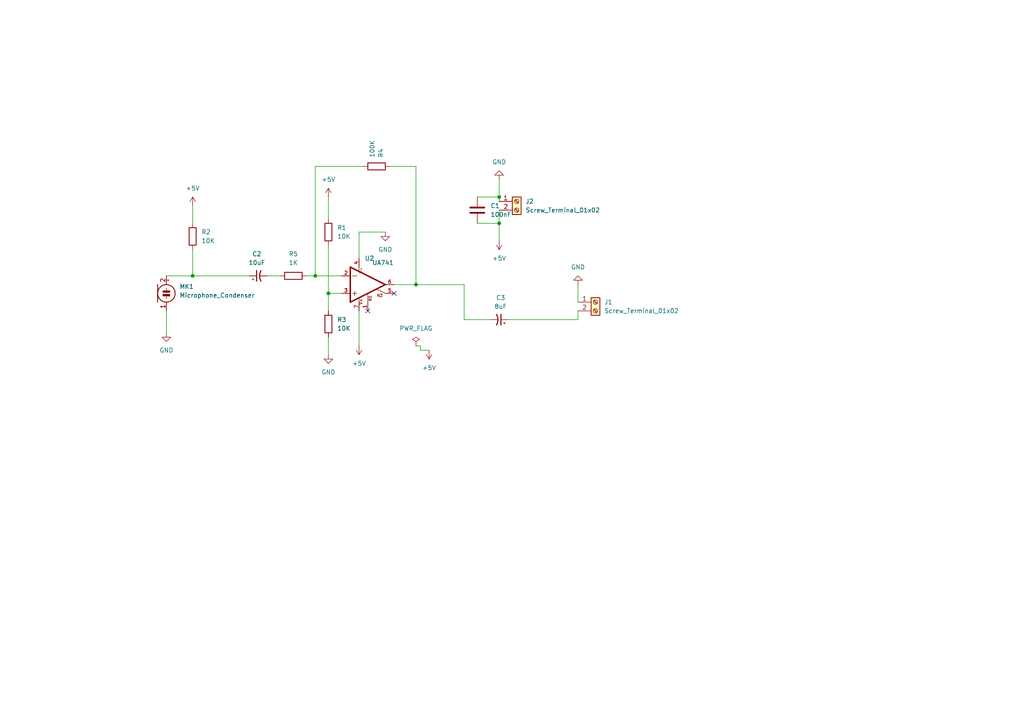
<source format=kicad_sch>
(kicad_sch (version 20231120) (generator "eeschema") (generator_version "8.0")
  (paper "A4")
  (title_block (title "Vulcan microphone") (date "2024-04-22") (rev "v01"))
  (lib_symbols
    (symbol "Connector:Screw_Terminal_01x02" (pin_names (offset 1.016) hide)
      (property "Reference" "J" (at 0 2.54 0))
      (property "Value" "Screw_Terminal_01x02" (at 0 -5.08 0))
      (symbol "Screw_Terminal_01x02_1_1"
        (rectangle (start -1.27 1.27) (end 1.27 -3.81) (stroke (width 0.254)) (fill (type background)))
        (circle (center 0 -2.54) (radius 0.635) (stroke (width 0.1524)))
        (polyline (pts (xy -0.5334 -2.2098) (xy 0.3302 -3.048)) (stroke (width 0.1524)))
        (polyline (pts (xy -0.5334 0.3302) (xy 0.3302 -0.508)) (stroke (width 0.1524)))
        (polyline (pts (xy -0.3556 -2.032) (xy 0.508 -2.8702)) (stroke (width 0.1524)))
        (polyline (pts (xy -0.3556 0.508) (xy 0.508 -0.3302)) (stroke (width 0.1524)))
        (circle (center 0 0) (radius 0.635) (stroke (width 0.1524)))
        (pin passive line (at -5.08 0 0) (length 3.81) (name "Pin_1") (number "1"))
        (pin passive line (at -5.08 -2.54 0) (length 3.81) (name "Pin_2") (number "2"))
      )
    )
    (symbol "Device:C" (pin_numbers hide) (pin_names (offset 0.254))
      (property "Reference" "C" (at 0.635 2.54 0))
      (property "Value" "C" (at 0.635 -2.54 0))
      (symbol "C_0_1"
        (polyline (pts (xy -2.032 -0.762) (xy 2.032 -0.762)) (stroke (width 0.508)))
        (polyline (pts (xy -2.032 0.762) (xy 2.032 0.762)) (stroke (width 0.508)))
      )
      (symbol "C_1_1"
        (pin passive line (at 0 3.81 270) (length 2.794) (name "~") (number "1"))
        (pin passive line (at 0 -3.81 90) (length 2.794) (name "~") (number "2"))
      )
    )
    (symbol "Device:C_Polarized_Small_US" (pin_numbers hide) (pin_names (offset 0.254) hide)
      (property "Reference" "C" (at 0.254 1.778 0))
      (property "Value" "C_Polarized_Small_US" (at 0.254 -2.032 0))
      (symbol "C_Polarized_Small_US_0_1"
        (polyline (pts (xy -1.524 0.508) (xy 1.524 0.508)) (stroke (width 0.3048)))
        (polyline (pts (xy -1.27 1.524) (xy -0.762 1.524)))
        (polyline (pts (xy -1.016 1.27) (xy -1.016 1.778)))
        (arc (start 1.524 -0.762) (mid 0 -0.3734) (end -1.524 -0.762) (stroke (width 0.3048)))
      )
      (symbol "C_Polarized_Small_US_1_1"
        (pin passive line (at 0 2.54 270) (length 2.032) (name "~") (number "1"))
        (pin passive line (at 0 -2.54 90) (length 2.032) (name "~") (number "2"))
      )
    )
    (symbol "Device:Microphone_Condenser" (pin_names (offset 0.0254) hide)
      (property "Reference" "MK" (at -3.302 1.27 0))
      (property "Value" "Microphone_Condenser" (at -3.302 -0.635 0))
      (symbol "Microphone_Condenser_0_1"
        (polyline (pts (xy -2.54 2.54) (xy -2.54 -2.54)) (stroke (width 0.254)))
        (polyline (pts (xy 0 -0.762) (xy 0 -1.524)))
        (polyline (pts (xy 0 0.762) (xy 0 1.524)))
        (polyline (pts (xy 0.254 3.81) (xy 0.762 3.81)))
        (polyline (pts (xy 0.508 4.064) (xy 0.508 3.556)))
        (circle (center 0 0) (radius 2.54) (stroke (width 0.254)))
        (rectangle (start 1.016 -0.254) (end -1.016 -0.762) (fill (type outline)))
        (rectangle (start 1.016 0.762) (end -1.016 0.254) (fill (type outline)))
      )
      (symbol "Microphone_Condenser_1_1"
        (pin passive line (at 0 -5.08 90) (length 2.54) (name "-") (number "1"))
        (pin passive line (at 0 5.08 270) (length 2.54) (name "+") (number "2"))
      )
    )
    (symbol "Device:R" (pin_numbers hide) (pin_names (offset 0))
      (property "Reference" "R" (at 2.032 0 90))
      (property "Value" "R" (at 0 0 90))
      (symbol "R_0_1"
        (rectangle (start -1.016 -2.54) (end 1.016 2.54) (stroke (width 0.254)))
      )
      (symbol "R_1_1"
        (pin passive line (at 0 3.81 270) (length 1.27) (name "~") (number "1"))
        (pin passive line (at 0 -3.81 90) (length 1.27) (name "~") (number "2"))
      )
    )
    (symbol "UA741:UA741" (pin_names (offset 1.016))
      (property "Reference" "U" (at 2.54 5.08 0))
      (property "Value" "UA741" (at 2.54 -5.08 0))
      (symbol "UA741_0_0"
        (polyline (pts (xy -5.08 -5.08) (xy 5.08 0)) (stroke (width 0.4064)))
        (polyline (pts (xy -5.08 5.08) (xy -5.08 -5.08)) (stroke (width 0.4064)))
        (polyline (pts (xy -4.445 -2.54) (xy -3.175 -2.54)) (stroke (width 0.1524)))
        (polyline (pts (xy -4.445 2.54) (xy -3.175 2.54)) (stroke (width 0.1524)))
        (polyline (pts (xy -3.81 3.175) (xy -3.81 1.905)) (stroke (width 0.1524)))
        (polyline (pts (xy -2.54 -3.8862) (xy -2.54 -5.0292)) (stroke (width 0.1524)))
        (polyline (pts (xy -2.54 5.08) (xy -2.54 3.8862)) (stroke (width 0.1524)))
        (polyline (pts (xy 0 5.0546) (xy 0 2.5908)) (stroke (width 0.1524)))
        (polyline (pts (xy 5.08 0) (xy -5.08 5.08)) (stroke (width 0.4064)))
        (polyline (pts (xy 5.08 2.54) (xy 2.5908 1.2954)) (stroke (width 0.1524)))
        (text "N1" (at 1.143 3.0734 900) (effects (font (size 0.8128 0.8128)) (justify left bottom)))
        (text "N2" (at 2.54 2.6924 0) (effects (font (size 0.8128 0.8128)) (justify left bottom)))
        (text "V+" (at -1.524 3.9624 900) (effects (font (size 0.8128 0.8128)) (justify left bottom)))
        (text "V-" (at -1.524 -5.08 900) (effects (font (size 0.8128 0.8128)) (justify left bottom)))
        (pin passive line (at 0 7.62 270) (length 2.54) (name "~") (number "1"))
        (pin input line (at -7.62 -2.54 0) (length 2.54) (name "~") (number "2"))
        (pin input line (at -7.62 2.54 0) (length 2.54) (name "~") (number "3"))
        (pin power_in line (at -2.54 -7.62 90) (length 2.54) (name "~") (number "4"))
        (pin passive line (at 7.62 2.54 180) (length 2.54) (name "~") (number "5"))
        (pin output line (at 7.62 0 180) (length 2.54) (name "~") (number "6"))
        (pin power_in line (at -2.54 7.62 270) (length 2.54) (name "~") (number "7"))
      )
    )
    (symbol "power:+5V" (power) (pin_names (offset 0))
      (property "Value" "+5V" (at 0 3.556 0))
      (symbol "+5V_0_1"
        (polyline (pts (xy -0.762 1.27) (xy 0 2.54)))
        (polyline (pts (xy 0 0) (xy 0 2.54)))
        (polyline (pts (xy 0 2.54) (xy 0.762 1.27)))
      )
      (symbol "+5V_1_1"
        (pin power_in line (at 0 0 90) (length 0) hide (name "+5V") (number "1"))
      )
    )
    (symbol "power:GND" (power) (pin_names (offset 0))
      (property "Value" "GND" (at 0 -3.81 0))
      (symbol "GND_0_1"
        (polyline (pts (xy 0 0) (xy 0 -1.27) (xy 1.27 -1.27) (xy 0 -2.54) (xy -1.27 -1.27) (xy 0 -1.27)))
      )
      (symbol "GND_1_1"
        (pin power_in line (at 0 0 270) (length 0) hide (name "GND") (number "1"))
      )
    )
    (symbol "power:PWR_FLAG" (power) (pin_numbers hide) (pin_names (offset 0) hide)
      (property "Value" "PWR_FLAG" (at 0 3.81 0))
      (symbol "PWR_FLAG_0_0"
        (pin power_out line (at 0 0 90) (length 0) (name "pwr") (number "1"))
      )
      (symbol "PWR_FLAG_0_1"
        (polyline (pts (xy 0 0) (xy 0 1.27) (xy -1.016 1.905) (xy 0 2.54) (xy 1.016 1.905) (xy 0 1.27)))
      )
    )
  )
  (junction (at 144.78 57.15))
  (junction (at 120.65 82.55))
  (junction (at 144.78 64.77))
  (junction (at 95.25 85.09))
  (junction (at 55.88 80.01))
  (junction (at 91.44 80.01))
  (no_connect (at 106.68 90.17))
  (no_connect (at 114.3 85.09))
  (wire (pts (xy 95.25 97.79) (xy 95.25 102.87)))
  (wire (pts (xy 95.25 57.15) (xy 95.25 63.5)))
  (wire (pts (xy 144.78 57.15) (xy 144.78 58.42)))
  (wire (pts (xy 120.65 48.26) (xy 120.65 82.55)))
  (wire (pts (xy 104.14 67.31) (xy 111.76 67.31)))
  (wire (pts (xy 91.44 80.01) (xy 99.06 80.01)))
  (wire (pts (xy 120.65 82.55) (xy 114.3 82.55)))
  (wire (pts (xy 167.64 82.55) (xy 167.64 87.63)))
  (wire (pts (xy 147.32 92.71) (xy 167.64 92.71)))
  (wire (pts (xy 144.78 60.96) (xy 144.78 64.77)))
  (wire (pts (xy 55.88 80.01) (xy 72.39 80.01)))
  (wire (pts (xy 113.03 48.26) (xy 120.65 48.26)))
  (wire (pts (xy 104.14 90.17) (xy 104.14 100.33)))
  (wire (pts (xy 138.43 64.77) (xy 144.78 64.77)))
  (wire (pts (xy 88.9 80.01) (xy 91.44 80.01)))
  (wire (pts (xy 167.64 92.71) (xy 167.64 90.17)))
  (wire (pts (xy 120.65 82.55) (xy 134.62 82.55)))
  (wire (pts (xy 55.88 59.69) (xy 55.88 64.77)))
  (wire (pts (xy 104.14 67.31) (xy 104.14 74.93)))
  (wire (pts (xy 95.25 71.12) (xy 95.25 85.09)))
  (wire (pts (xy 121.92 100.33) (xy 120.65 100.33)))
  (wire (pts (xy 144.78 52.07) (xy 144.78 57.15)))
  (wire (pts (xy 95.25 85.09) (xy 95.25 90.17)))
  (wire (pts (xy 99.06 85.09) (xy 95.25 85.09)))
  (wire (pts (xy 48.26 80.01) (xy 55.88 80.01)))
  (wire (pts (xy 121.92 101.6) (xy 121.92 100.33)))
  (wire (pts (xy 144.78 64.77) (xy 144.78 69.85)))
  (wire (pts (xy 124.46 101.6) (xy 121.92 101.6)))
  (wire (pts (xy 134.62 92.71) (xy 142.24 92.71)))
  (wire (pts (xy 55.88 72.39) (xy 55.88 80.01)))
  (wire (pts (xy 91.44 48.26) (xy 105.41 48.26)))
  (wire (pts (xy 138.43 57.15) (xy 144.78 57.15)))
  (wire (pts (xy 91.44 48.26) (xy 91.44 80.01)))
  (wire (pts (xy 134.62 82.55) (xy 134.62 92.71)))
  (wire (pts (xy 48.26 90.17) (xy 48.26 96.52)))
  (wire (pts (xy 77.47 80.01) (xy 81.28 80.01)))
  (symbol (lib_id "power:+5V") (at 104.14 100.33 0) (mirror x) (unit 1)
    (property "Reference" "#PWR05" (effects (hide yes)))
    (property "Value" "+5V" (at 104.14 105.41 0))
  )
  (symbol (lib_id "Device:R") (at 95.25 93.98 0) (unit 1)
    (property "Reference" "R3" (at 97.79 92.71 0) (effects (justify left)))
    (property "Value" "10K" (at 97.79 95.25 0) (effects (justify left)))
    (property "Footprint" "Resistor_THT:R_Axial_DIN0207_L6.3mm_D2.5mm_P10.16mm_Horizontal" (effects (hide yes)))
  )
  (symbol (lib_id "power:+5V") (at 95.25 57.15 0) (unit 1)
    (property "Reference" "#PWR03" (effects (hide yes)))
    (property "Value" "+5V" (at 95.25 52.07 0))
  )
  (symbol (lib_id "Device:Microphone_Condenser") (at 48.26 85.09 0) (unit 1)
    (property "Reference" "MK1" (at 52.07 83.1215 0) (effects (justify left)))
    (property "Value" "Microphone_Condenser" (at 52.07 85.6615 0) (effects (justify left)))
    (property "Footprint" "Connector_PinHeader_2.54mm:PinHeader_1x02_P2.54mm_Vertical" (effects (hide yes)))
  )
  (symbol (lib_id "Device:R") (at 95.25 67.31 0) (unit 1)
    (property "Reference" "R1" (at 97.79 66.04 0) (effects (justify left)))
    (property "Value" "10K" (at 97.79 68.58 0) (effects (justify left)))
    (property "Footprint" "Resistor_THT:R_Axial_DIN0207_L6.3mm_D2.5mm_P10.16mm_Horizontal" (effects (hide yes)))
  )
  (symbol (lib_id "power:GND") (at 144.78 52.07 0) (mirror x) (unit 1)
    (property "Reference" "#PWR08" (effects (hide yes)))
    (property "Value" "GND" (at 144.78 46.99 0))
  )
  (symbol (lib_id "Connector:Screw_Terminal_01x02") (at 172.72 87.63 0) (unit 1)
    (property "Reference" "J1" (at 175.26 87.63 0) (effects (justify left)))
    (property "Value" "Screw_Terminal_01x02" (at 175.26 90.17 0) (effects (justify left)))
    (property "Footprint" "Connector_PinHeader_2.54mm:PinHeader_1x02_P2.54mm_Vertical" (effects (hide yes)))
  )
  (symbol (lib_id "power:GND") (at 111.76 67.31 0) (unit 1)
    (property "Reference" "#PWR010" (effects (hide yes)))
    (property "Value" "GND" (at 111.76 72.39 0))
  )
  (symbol (lib_id "power:+5V") (at 144.78 69.85 0) (mirror x) (unit 1)
    (property "Reference" "#PWR01" (effects (hide yes)))
    (property "Value" "+5V" (at 144.78 74.93 0))
  )
  (symbol (lib_id "power:+5V") (at 55.88 59.69 0) (unit 1)
    (property "Reference" "#PWR09" (effects (hide yes)))
    (property "Value" "+5V" (at 55.88 54.61 0))
  )
  (symbol (lib_id "Device:C_Polarized_Small_US") (at 74.93 80.01 90) (unit 1)
    (property "Reference" "C2" (at 74.4982 73.66 90))
    (property "Value" "10uF" (at 74.4982 76.2 90))
    (property "Footprint" "Capacitor_THT:CP_Radial_D8.0mm_P5.00mm" (effects (hide yes)))
  )
  (symbol (lib_id "power:+5V") (at 124.46 101.6 0) (mirror x) (unit 1)
    (property "Reference" "#PWR04" (effects (hide yes)))
    (property "Value" "+5V" (at 124.46 106.68 0))
  )
  (symbol (lib_id "power:GND") (at 167.64 82.55 0) (mirror x) (unit 1)
    (property "Reference" "#PWR07" (effects (hide yes)))
    (property "Value" "GND" (at 167.64 77.47 0))
  )
  (symbol (lib_id "Device:R") (at 85.09 80.01 90) (unit 1)
    (property "Reference" "R5" (at 85.09 73.66 90))
    (property "Value" "1K" (at 85.09 76.2 90))
    (property "Footprint" "Resistor_THT:R_Axial_DIN0207_L6.3mm_D2.5mm_P10.16mm_Horizontal" (effects (hide yes)))
  )
  (symbol (lib_id "Device:C") (at 138.43 60.96 0) (unit 1)
    (property "Reference" "C1" (at 142.24 59.69 0) (effects (justify left)))
    (property "Value" "100nF" (at 142.24 62.23 0) (effects (justify left)))
    (property "Footprint" "Capacitor_THT:C_Disc_D3.0mm_W1.6mm_P2.50mm" (effects (hide yes)))
  )
  (symbol (lib_id "power:PWR_FLAG") (at 120.65 100.33 0) (unit 1)
    (property "Reference" "#FLG01" (effects (hide yes)))
    (property "Value" "PWR_FLAG" (at 120.65 95.25 0))
  )
  (symbol (lib_id "power:GND") (at 95.25 102.87 0) (unit 1)
    (property "Reference" "#PWR02" (effects (hide yes)))
    (property "Value" "GND" (at 95.25 107.95 0))
  )
  (symbol (lib_id "UA741:UA741") (at 106.68 82.55 0) (mirror x) (unit 1)
    (property "Reference" "U2" (at 105.7911 74.93 0) (effects (justify left)))
    (property "Value" "UA741" (at 107.95 76.2 0) (effects (justify left)))
    (property "Footprint" "Package_DIP:DIP-8_W10.16mm" (effects (hide yes)))
    (property "Description" "\nGeneral Purpose Amplifier 1 Circuit - 8-SOIC\n" (effects (hide yes)))
    (property "MF" "STMicroelectronics" (effects (hide yes)))
    (property "Package" "SOIC-8 STMicroelectronics" (effects (hide yes)))
    (property "Price" "None" (effects (hide yes)))
    (property "Check_prices" "https://www.snapeda.com/parts/UA741/STMicroelectronics/view-part/?ref=eda" (effects (hide yes)))
    (property "SnapEDA_Link" "https://www.snapeda.com/parts/UA741/STMicroelectronics/view-part/?ref=snap" (effects (hide yes)))
    (property "MP" "UA741" (effects (hide yes)))
    (property "Availability" "Not in stock" (effects (hide yes)))
    (property "MAGASIN" "UA 741 (Armoire n°3) KYT 08 (Armoire n°5)" (effects (hide yes)))
  )
  (symbol (lib_id "power:GND") (at 48.26 96.52 0) (unit 1)
    (property "Reference" "#PWR06" (effects (hide yes)))
    (property "Value" "GND" (at 48.26 101.6 0))
  )
  (symbol (lib_id "Device:C_Polarized_Small_US") (at 144.78 92.71 270) (mirror x) (unit 1)
    (property "Reference" "C3" (at 145.2118 86.36 90))
    (property "Value" "8uF" (at 145.2118 88.9 90))
    (property "Footprint" "Capacitor_THT:CP_Radial_D8.0mm_P5.00mm" (effects (hide yes)))
  )
  (symbol (lib_id "Connector:Screw_Terminal_01x02") (at 149.86 58.42 0) (unit 1)
    (property "Reference" "J2" (at 152.4 58.42 0) (effects (justify left)))
    (property "Value" "Screw_Terminal_01x02" (at 152.4 60.96 0) (effects (justify left)))
    (property "Footprint" "Connector_PinHeader_2.54mm:PinHeader_1x02_P2.54mm_Vertical" (effects (hide yes)))
  )
  (symbol (lib_id "Device:R") (at 55.88 68.58 0) (unit 1)
    (property "Reference" "R2" (at 58.42 67.31 0) (effects (justify left)))
    (property "Value" "10K" (at 58.42 69.85 0) (effects (justify left)))
    (property "Footprint" "Resistor_THT:R_Axial_DIN0207_L6.3mm_D2.5mm_P10.16mm_Horizontal" (effects (hide yes)))
  )
  (symbol (lib_id "Device:R") (at 109.22 48.26 270) (mirror x) (unit 1)
    (property "Reference" "R4" (at 110.49 45.72 0) (effects (justify left)))
    (property "Value" "100K" (at 107.95 45.72 0) (effects (justify left)))
    (property "Footprint" "Resistor_THT:R_Axial_DIN0207_L6.3mm_D2.5mm_P10.16mm_Horizontal" (effects (hide yes)))
  )
)
</source>
